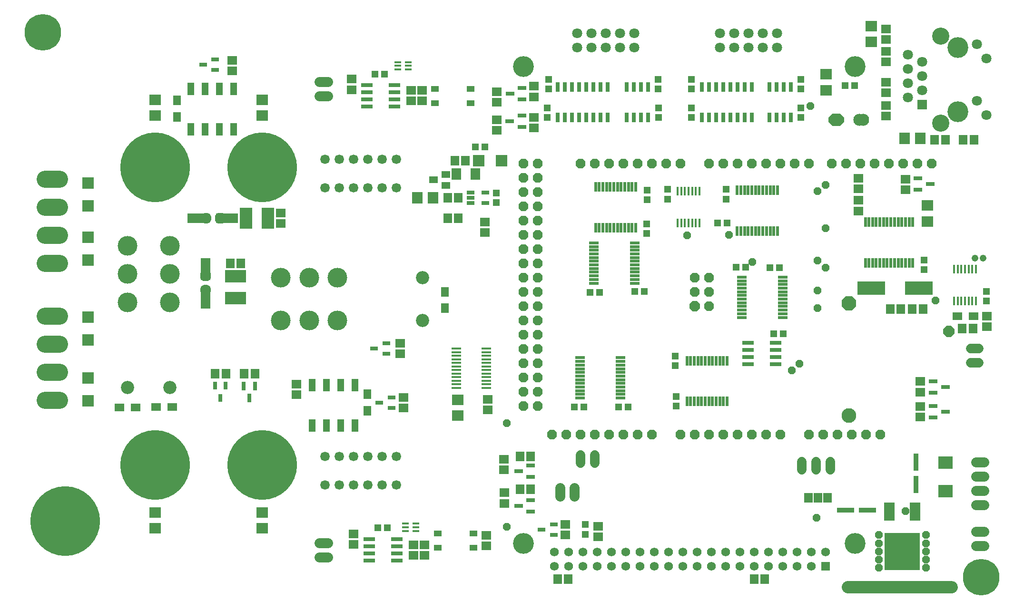
<source format=gts>
G75*
G70*
%OFA0B0*%
%FSLAX24Y24*%
%IPPOS*%
%LPD*%
%AMOC8*
5,1,8,0,0,1.08239X$1,22.5*
%
%ADD10C,0.0860*%
%ADD11R,0.0472X0.0866*%
%ADD12R,0.0567X0.0685*%
%ADD13R,0.0685X0.0567*%
%ADD14R,0.0264X0.0644*%
%ADD15R,0.0835X0.0756*%
%ADD16R,0.0658X0.0168*%
%ADD17R,0.0693X0.0614*%
%ADD18R,0.0614X0.0693*%
%ADD19R,0.0564X0.0264*%
%ADD20R,0.0264X0.0564*%
%ADD21R,0.0803X0.0843*%
%ADD22C,0.0712*%
%ADD23R,0.1008X0.0850*%
%ADD24C,0.4885*%
%ADD25C,0.0618*%
%ADD26R,0.0618X0.0618*%
%ADD27C,0.1460*%
%ADD28C,0.0672*%
%ADD29R,0.2483X0.2641*%
%ADD30R,0.0756X0.1307*%
%ADD31R,0.1190X0.0360*%
%ADD32R,0.0472X0.0512*%
%ADD33C,0.0712*%
%ADD34R,0.0288X0.0658*%
%ADD35R,0.0283X0.0657*%
%ADD36C,0.0476*%
%ADD37R,0.0824X0.0264*%
%ADD38R,0.0512X0.0472*%
%ADD39R,0.0168X0.0608*%
%ADD40R,0.0204X0.0684*%
%ADD41R,0.1929X0.0945*%
%ADD42OC8,0.0780*%
%ADD43R,0.0644X0.0264*%
%ADD44C,0.0840*%
%ADD45OC8,0.0840*%
%ADD46R,0.0488X0.0168*%
%ADD47R,0.0756X0.0835*%
%ADD48OC8,0.0756*%
%ADD49C,0.0756*%
%ADD50R,0.0661X0.1528*%
%ADD51R,0.0898X0.1488*%
%ADD52R,0.1488X0.0898*%
%ADD53R,0.0684X0.0204*%
%ADD54R,0.0360X0.1190*%
%ADD55R,0.1528X0.0661*%
%ADD56C,0.1032*%
%ADD57OC8,0.1032*%
%ADD58OC8,0.0665*%
%ADD59OC8,0.0720*%
%ADD60C,0.0665*%
%ADD61C,0.1200*%
%ADD62R,0.0630X0.0472*%
%ADD63R,0.0756X0.0836*%
%ADD64R,0.0544X0.0264*%
%ADD65R,0.0661X0.0819*%
%ADD66R,0.0843X0.0803*%
%ADD67C,0.1381*%
%ADD68C,0.0921*%
%ADD69R,0.0570X0.0420*%
%ADD70R,0.0712X0.0712*%
%ADD71C,0.1204*%
%ADD72OC8,0.0523*%
%ADD73C,0.2562*%
D10*
X070359Y006611D02*
X077634Y006611D01*
D11*
X035834Y017944D03*
X034834Y017944D03*
X033834Y017944D03*
X032834Y017944D03*
X032834Y020778D03*
X033834Y020778D03*
X034834Y020778D03*
X035834Y020778D03*
X027334Y038719D03*
X026334Y038719D03*
X025334Y038719D03*
X024334Y038719D03*
X024334Y041553D03*
X025334Y041553D03*
X026334Y041553D03*
X027334Y041553D03*
D12*
X023346Y040730D03*
X023346Y039589D03*
X042109Y027307D03*
X042109Y026165D03*
X036684Y020132D03*
X036684Y018990D03*
D13*
X023030Y019236D03*
X021888Y019236D03*
X020455Y019211D03*
X019313Y019211D03*
X078013Y025611D03*
X079155Y025611D03*
D14*
X028809Y020711D03*
X028009Y020711D03*
X028409Y019861D03*
D15*
X043035Y019736D03*
X043035Y018634D03*
X029310Y011838D03*
X029310Y010736D03*
X021809Y010735D03*
X021809Y011837D03*
X075909Y032260D03*
X075909Y033362D03*
X068809Y041460D03*
X068809Y042562D03*
X071984Y044835D03*
X071984Y045937D03*
X029331Y040787D03*
X029331Y039684D03*
X021809Y039685D03*
X021809Y040787D03*
D16*
X042908Y023340D03*
X042908Y023080D03*
X042908Y022840D03*
X042908Y022580D03*
X042908Y022340D03*
X042908Y022080D03*
X042908Y021840D03*
X042908Y021580D03*
X042908Y021340D03*
X042908Y021080D03*
X042908Y020840D03*
X042908Y020580D03*
X045008Y020580D03*
X045008Y020840D03*
X045008Y021080D03*
X045008Y021340D03*
X045008Y021580D03*
X045008Y021840D03*
X045008Y022080D03*
X045008Y022340D03*
X045008Y022580D03*
X045008Y022840D03*
X045008Y023080D03*
X045008Y023340D03*
D17*
X038984Y023710D03*
X038984Y022962D03*
X039234Y019910D03*
X039234Y019162D03*
X045110Y019039D03*
X045110Y019787D03*
X046259Y015585D03*
X046259Y014837D03*
X046284Y013235D03*
X046284Y012487D03*
X045034Y010260D03*
X045034Y009512D03*
X040684Y009585D03*
X040684Y008837D03*
X039909Y008837D03*
X039909Y009585D03*
X035734Y009612D03*
X035734Y010360D03*
X050559Y010262D03*
X050559Y011010D03*
X052859Y010885D03*
X052859Y010137D03*
X031709Y020112D03*
X031709Y020860D03*
X044909Y031462D03*
X044909Y032210D03*
X045759Y038637D03*
X045759Y039385D03*
X045759Y040612D03*
X045759Y041360D03*
X048359Y040987D03*
X048359Y041735D03*
X048359Y039560D03*
X048359Y038812D03*
X040534Y040712D03*
X040534Y041460D03*
X039759Y041460D03*
X039759Y040712D03*
X035584Y041487D03*
X035584Y042235D03*
X027234Y042812D03*
X027234Y043560D03*
X030634Y032860D03*
X030634Y032112D03*
X071084Y032987D03*
X071084Y033735D03*
X071084Y034537D03*
X071084Y035285D03*
X074384Y035210D03*
X074384Y034462D03*
X073009Y039637D03*
X073009Y040385D03*
X073009Y041262D03*
X073009Y042010D03*
X073009Y043437D03*
X073009Y044185D03*
X073009Y045012D03*
X073009Y045760D03*
X080084Y025610D03*
X080084Y024862D03*
X075409Y021035D03*
X075409Y020287D03*
X075409Y019285D03*
X075409Y018537D03*
D18*
X078360Y024736D03*
X079108Y024736D03*
X075608Y026111D03*
X074860Y026111D03*
X074058Y026111D03*
X073310Y026111D03*
X076435Y037986D03*
X077183Y037986D03*
X078435Y037986D03*
X079183Y037986D03*
X043558Y036511D03*
X042810Y036511D03*
X043058Y033911D03*
X042310Y033911D03*
X042310Y032461D03*
X043058Y032461D03*
X027833Y029311D03*
X027085Y029311D03*
X026783Y021586D03*
X026035Y021586D03*
X028060Y021571D03*
X028808Y021571D03*
X047385Y015786D03*
X048133Y015786D03*
X048133Y013461D03*
X047385Y013461D03*
X050010Y007186D03*
X050758Y007186D03*
X063785Y007161D03*
X064533Y007161D03*
X067590Y012861D03*
X068259Y012861D03*
X068928Y012861D03*
D19*
X049764Y011006D03*
X048904Y010636D03*
X049764Y010266D03*
X038389Y019166D03*
X038389Y019906D03*
X037529Y019536D03*
X038014Y022966D03*
X037154Y023336D03*
X038014Y023706D03*
X026039Y042866D03*
X026039Y043606D03*
X025179Y043236D03*
D20*
X026014Y020741D03*
X026754Y020741D03*
X026384Y019881D03*
D21*
X017134Y019679D03*
X017134Y021293D03*
X017134Y023929D03*
X017134Y025543D03*
X017134Y029529D03*
X017134Y031143D03*
X017134Y033329D03*
X017134Y034943D03*
D22*
X033337Y041036D02*
X033931Y041036D01*
X033931Y042036D02*
X033337Y042036D01*
X079311Y015386D02*
X079905Y015386D01*
X079905Y014386D02*
X079311Y014386D01*
X079311Y013386D02*
X079905Y013386D01*
X079905Y012386D02*
X079311Y012386D01*
X079312Y010511D02*
X079906Y010511D01*
X079906Y009511D02*
X079312Y009511D01*
X051184Y012989D02*
X051184Y013583D01*
X050184Y013583D02*
X050184Y012989D01*
X033931Y009711D02*
X033337Y009711D01*
X033337Y008711D02*
X033931Y008711D01*
D23*
X077185Y013332D03*
X077185Y015340D03*
D24*
X015520Y011248D03*
X021819Y015185D03*
X029319Y015185D03*
X029319Y036051D03*
X021819Y036051D03*
D25*
X049784Y009086D03*
X050784Y009086D03*
X051784Y009086D03*
X052784Y009086D03*
X053784Y009086D03*
X054784Y009086D03*
X055784Y009086D03*
X056784Y009086D03*
X057784Y009086D03*
X058784Y009086D03*
X059784Y009086D03*
X060784Y009086D03*
X061784Y009086D03*
X062784Y009086D03*
X063784Y009086D03*
X064784Y009086D03*
X065784Y009086D03*
X066784Y009086D03*
X067784Y009086D03*
X068784Y009086D03*
X067784Y008086D03*
X066784Y008086D03*
X065784Y008086D03*
X064784Y008086D03*
X063784Y008086D03*
X062784Y008086D03*
X061784Y008086D03*
X060784Y008086D03*
X059784Y008086D03*
X058784Y008086D03*
X057784Y008086D03*
X056784Y008086D03*
X055784Y008086D03*
X054784Y008086D03*
X053784Y008086D03*
X052784Y008086D03*
X051784Y008086D03*
X050784Y008086D03*
X049784Y008086D03*
D26*
X068784Y008086D03*
D27*
X070847Y009661D03*
X047619Y009661D03*
X078059Y039936D03*
X070847Y043125D03*
X078059Y044436D03*
X047619Y043125D03*
D28*
X078954Y023336D02*
X079514Y023336D01*
X079514Y022336D02*
X078954Y022336D01*
X069134Y015416D02*
X069134Y014856D01*
X068134Y014856D02*
X068134Y015416D01*
X067134Y015416D02*
X067134Y014856D01*
X052634Y015306D02*
X052634Y015866D01*
X051634Y015866D02*
X051634Y015306D01*
D29*
X074159Y009099D03*
D30*
X073261Y011926D03*
X075057Y011926D03*
D31*
X071739Y012011D03*
X070179Y012011D03*
D32*
X058334Y019301D03*
X058334Y019970D03*
X058259Y022151D03*
X058259Y022820D03*
X056259Y031406D03*
X056259Y032075D03*
X056284Y033771D03*
X056284Y034440D03*
X057734Y034495D03*
X057734Y033826D03*
X061834Y033826D03*
X061834Y034495D03*
X059384Y039551D03*
X059384Y040220D03*
X057084Y040220D03*
X057084Y039551D03*
X057059Y041551D03*
X057059Y042220D03*
X059384Y042220D03*
X059384Y041551D03*
X067059Y041551D03*
X067059Y042220D03*
X070149Y041761D03*
X070819Y041761D03*
X067059Y040220D03*
X067059Y039551D03*
X049284Y039551D03*
X049284Y040220D03*
X049384Y041551D03*
X049384Y042220D03*
X044919Y037461D03*
X044249Y037461D03*
X045734Y034245D03*
X045734Y033576D03*
X075684Y029545D03*
X075684Y028876D03*
X080059Y027345D03*
X080059Y026676D03*
X051959Y010995D03*
X051959Y010326D03*
D33*
X080059Y039696D03*
X079390Y040696D03*
X075559Y041436D03*
X074559Y041936D03*
X074559Y040936D03*
X075559Y042436D03*
X074559Y042936D03*
X075559Y043436D03*
X074559Y043936D03*
X079390Y044676D03*
X080059Y043676D03*
X065384Y044436D03*
X065384Y045436D03*
X064384Y045436D03*
X063384Y045436D03*
X062384Y045436D03*
X061384Y045436D03*
X061384Y044436D03*
X062384Y044436D03*
X063384Y044436D03*
X064384Y044436D03*
X055384Y044436D03*
X055384Y045436D03*
X054384Y045436D03*
X053384Y045436D03*
X052384Y045436D03*
X051384Y045436D03*
X051384Y044436D03*
X052384Y044436D03*
X053384Y044436D03*
X054384Y044436D03*
D34*
X053509Y041671D03*
X053009Y041671D03*
X052509Y041671D03*
X052009Y041671D03*
X051509Y041671D03*
X051009Y041671D03*
X050509Y041671D03*
X050009Y041671D03*
X050009Y039551D03*
X050509Y039551D03*
X051009Y039551D03*
X051509Y039551D03*
X052009Y039551D03*
X052509Y039551D03*
X053009Y039551D03*
X053509Y039551D03*
X060109Y039551D03*
X060609Y039551D03*
X061109Y039551D03*
X061609Y039551D03*
X062109Y039551D03*
X062609Y039551D03*
X063109Y039551D03*
X063609Y039551D03*
X063609Y041671D03*
X063109Y041671D03*
X062609Y041671D03*
X062109Y041671D03*
X061609Y041671D03*
X061109Y041671D03*
X060609Y041671D03*
X060109Y041671D03*
D35*
X056357Y041674D03*
X055857Y041674D03*
X055357Y041674D03*
X054857Y041674D03*
X054857Y039548D03*
X055357Y039548D03*
X055857Y039548D03*
X056357Y039548D03*
X064857Y039548D03*
X065357Y039548D03*
X065857Y039548D03*
X066357Y039548D03*
X066357Y041674D03*
X065857Y041674D03*
X065357Y041674D03*
X064857Y041674D03*
D36*
X079259Y029686D03*
X079810Y029686D03*
D37*
X065304Y023736D03*
X065304Y023236D03*
X065304Y022736D03*
X065304Y022236D03*
X063364Y022236D03*
X063364Y022736D03*
X063364Y023236D03*
X063364Y023736D03*
X038754Y009961D03*
X038754Y009461D03*
X038754Y008961D03*
X038754Y008461D03*
X036814Y008461D03*
X036814Y008961D03*
X036814Y009461D03*
X036814Y009961D03*
X036664Y040311D03*
X036664Y040811D03*
X036664Y041311D03*
X036664Y041811D03*
X038604Y041811D03*
X038604Y041311D03*
X038604Y040811D03*
X038604Y040311D03*
D38*
X037894Y042586D03*
X037224Y042586D03*
X061224Y032136D03*
X061894Y032136D03*
X062524Y029036D03*
X063194Y029036D03*
X064899Y029011D03*
X065569Y029011D03*
X065819Y024386D03*
X065149Y024386D03*
X056094Y027336D03*
X055424Y027336D03*
X052969Y027286D03*
X052299Y027286D03*
X051844Y019236D03*
X051174Y019236D03*
X054274Y019236D03*
X054944Y019236D03*
X038094Y010761D03*
X037424Y010761D03*
D39*
X077789Y026676D03*
X078049Y026676D03*
X078299Y026676D03*
X078559Y026676D03*
X078819Y026676D03*
X079069Y026676D03*
X079329Y026676D03*
X079329Y028896D03*
X079069Y028896D03*
X078819Y028896D03*
X078559Y028896D03*
X078299Y028896D03*
X078049Y028896D03*
X077789Y028896D03*
X059954Y032151D03*
X059694Y032151D03*
X059444Y032151D03*
X059184Y032151D03*
X058924Y032151D03*
X058674Y032151D03*
X058414Y032151D03*
X058414Y034371D03*
X058674Y034371D03*
X058924Y034371D03*
X059184Y034371D03*
X059444Y034371D03*
X059694Y034371D03*
X059954Y034371D03*
D40*
X062599Y034441D03*
X062859Y034441D03*
X063109Y034441D03*
X063369Y034441D03*
X063629Y034441D03*
X063879Y034441D03*
X064139Y034441D03*
X064389Y034441D03*
X064649Y034441D03*
X064909Y034441D03*
X065159Y034441D03*
X065419Y034441D03*
X065419Y031581D03*
X065159Y031581D03*
X064909Y031581D03*
X064649Y031581D03*
X064389Y031581D03*
X064139Y031581D03*
X063879Y031581D03*
X063629Y031581D03*
X063369Y031581D03*
X063109Y031581D03*
X062859Y031581D03*
X062599Y031581D03*
X055494Y031806D03*
X055234Y031806D03*
X054984Y031806D03*
X054724Y031806D03*
X054464Y031806D03*
X054214Y031806D03*
X053954Y031806D03*
X053704Y031806D03*
X053444Y031806D03*
X053184Y031806D03*
X052934Y031806D03*
X052674Y031806D03*
X052674Y034666D03*
X052934Y034666D03*
X053184Y034666D03*
X053444Y034666D03*
X053704Y034666D03*
X053954Y034666D03*
X054214Y034666D03*
X054464Y034666D03*
X054724Y034666D03*
X054984Y034666D03*
X055234Y034666D03*
X055494Y034666D03*
X071574Y032216D03*
X071824Y032216D03*
X072084Y032216D03*
X072334Y032216D03*
X072594Y032216D03*
X072854Y032216D03*
X073104Y032216D03*
X073364Y032216D03*
X073614Y032216D03*
X073874Y032216D03*
X074134Y032216D03*
X074384Y032216D03*
X074644Y032216D03*
X074894Y032216D03*
X074894Y029356D03*
X074644Y029356D03*
X074384Y029356D03*
X074134Y029356D03*
X073874Y029356D03*
X073614Y029356D03*
X073364Y029356D03*
X073104Y029356D03*
X072854Y029356D03*
X072594Y029356D03*
X072334Y029356D03*
X072084Y029356D03*
X071824Y029356D03*
X071574Y029356D03*
X061894Y022491D03*
X061634Y022491D03*
X061384Y022491D03*
X061124Y022491D03*
X060864Y022491D03*
X060614Y022491D03*
X060354Y022491D03*
X060104Y022491D03*
X059844Y022491D03*
X059584Y022491D03*
X059334Y022491D03*
X059074Y022491D03*
X059074Y019631D03*
X059334Y019631D03*
X059584Y019631D03*
X059844Y019631D03*
X060104Y019631D03*
X060354Y019631D03*
X060614Y019631D03*
X060864Y019631D03*
X061124Y019631D03*
X061384Y019631D03*
X061634Y019631D03*
X061894Y019631D03*
D41*
X071986Y027586D03*
X075332Y027586D03*
D42*
X077409Y024536D03*
D43*
X076334Y021036D03*
X076334Y020236D03*
X077184Y020636D03*
X076334Y019311D03*
X076334Y018511D03*
X077184Y018911D03*
X048134Y015136D03*
X047284Y014736D03*
X048134Y014336D03*
X048134Y012711D03*
X047284Y012311D03*
X048134Y011911D03*
X075259Y034461D03*
X076109Y034861D03*
X075259Y035261D03*
X047509Y038886D03*
X047509Y039686D03*
X046659Y039286D03*
X047534Y040811D03*
X046684Y041211D03*
X047534Y041611D03*
D44*
X071159Y039386D03*
X071409Y039386D03*
D45*
X069659Y039386D03*
X069409Y039386D03*
D46*
X039554Y042901D03*
X039554Y043161D03*
X039554Y043421D03*
X038814Y043421D03*
X038814Y043161D03*
X038814Y042901D03*
X039364Y011071D03*
X039364Y010811D03*
X039364Y010551D03*
X040104Y010551D03*
X040104Y010811D03*
X040104Y011071D03*
D47*
X074333Y038061D03*
X075435Y038061D03*
D48*
X026384Y032486D03*
X025359Y028436D03*
D49*
X025359Y027436D03*
X025384Y032486D03*
D50*
X025359Y028920D03*
X025359Y026912D03*
D51*
X028191Y032486D03*
X029727Y032486D03*
D52*
X027459Y028404D03*
X027459Y026868D03*
D53*
X051579Y022696D03*
X051579Y022436D03*
X051579Y022186D03*
X051579Y021926D03*
X051579Y021666D03*
X051579Y021416D03*
X051579Y021156D03*
X051579Y020906D03*
X051579Y020646D03*
X051579Y020386D03*
X051579Y020136D03*
X051579Y019876D03*
X054439Y019876D03*
X054439Y020136D03*
X054439Y020386D03*
X054439Y020646D03*
X054439Y020906D03*
X054439Y021156D03*
X054439Y021416D03*
X054439Y021666D03*
X054439Y021926D03*
X054439Y022186D03*
X054439Y022436D03*
X054439Y022696D03*
X062929Y025526D03*
X062929Y025786D03*
X062929Y026036D03*
X062929Y026296D03*
X062929Y026556D03*
X062929Y026806D03*
X062929Y027066D03*
X062929Y027316D03*
X062929Y027576D03*
X062929Y027836D03*
X062929Y028086D03*
X062929Y028346D03*
X065789Y028346D03*
X065789Y028086D03*
X065789Y027836D03*
X065789Y027576D03*
X065789Y027316D03*
X065789Y027066D03*
X065789Y026806D03*
X065789Y026556D03*
X065789Y026296D03*
X065789Y026036D03*
X065789Y025786D03*
X065789Y025526D03*
X055414Y027926D03*
X055414Y028186D03*
X055414Y028436D03*
X055414Y028696D03*
X055414Y028956D03*
X055414Y029206D03*
X055414Y029466D03*
X055414Y029716D03*
X055414Y029976D03*
X055414Y030236D03*
X055414Y030486D03*
X055414Y030746D03*
X052554Y030746D03*
X052554Y030486D03*
X052554Y030236D03*
X052554Y029976D03*
X052554Y029716D03*
X052554Y029466D03*
X052554Y029206D03*
X052554Y028956D03*
X052554Y028696D03*
X052554Y028436D03*
X052554Y028186D03*
X052554Y027926D03*
D54*
X075109Y015366D03*
X075109Y013806D03*
D55*
X026868Y032486D03*
X024860Y032486D03*
D56*
X070409Y018656D03*
D57*
X070409Y026526D03*
D58*
X060634Y026311D03*
X060634Y027311D03*
X059634Y027311D03*
X059634Y028311D03*
X060634Y028311D03*
X048634Y028311D03*
X048634Y029311D03*
X047634Y029311D03*
X047634Y028311D03*
X047634Y027311D03*
X048634Y027311D03*
X048634Y026311D03*
X047634Y026311D03*
X047634Y025311D03*
X048634Y025311D03*
X048634Y024311D03*
X047634Y024311D03*
X047634Y023311D03*
X048634Y023311D03*
X048634Y022311D03*
X047634Y022311D03*
X047634Y021311D03*
X048634Y021311D03*
X048634Y020311D03*
X047634Y020311D03*
X047634Y019311D03*
X048634Y019311D03*
X049634Y017311D03*
X050634Y017311D03*
X051634Y017311D03*
X052634Y017311D03*
X053634Y017311D03*
X054634Y017311D03*
X055634Y017311D03*
X056634Y017311D03*
X058634Y017311D03*
X059634Y017311D03*
X060634Y017311D03*
X061634Y017311D03*
X062634Y017311D03*
X063634Y017311D03*
X064634Y017311D03*
X065634Y017311D03*
X067634Y017311D03*
X068634Y017311D03*
X069634Y017311D03*
X070634Y017311D03*
X071634Y017311D03*
X072634Y017311D03*
X048634Y030311D03*
X047634Y030311D03*
X047634Y031311D03*
X048634Y031311D03*
X048634Y032311D03*
X048634Y033311D03*
X047634Y033311D03*
X047634Y032311D03*
X047634Y034311D03*
X048634Y034311D03*
X048634Y035311D03*
X047634Y035311D03*
X047634Y036311D03*
X048634Y036311D03*
X051634Y036311D03*
X052634Y036311D03*
X053634Y036311D03*
X054634Y036311D03*
X055634Y036311D03*
X056634Y036311D03*
X057634Y036311D03*
X058634Y036311D03*
X060634Y036311D03*
X061634Y036311D03*
X062634Y036311D03*
X063634Y036311D03*
X064634Y036311D03*
X065634Y036311D03*
X066634Y036311D03*
X067634Y036311D03*
X069234Y036311D03*
X070234Y036311D03*
X071234Y036311D03*
X072234Y036311D03*
X073234Y036311D03*
X074234Y036311D03*
X075234Y036311D03*
X076234Y036311D03*
D59*
X059634Y026311D03*
D60*
X038734Y034611D03*
X037734Y034611D03*
X036734Y034611D03*
X035734Y034611D03*
X034734Y034611D03*
X033734Y034611D03*
X033734Y036611D03*
X034734Y036611D03*
X035734Y036611D03*
X036734Y036611D03*
X037734Y036611D03*
X038734Y036611D03*
X038734Y015761D03*
X037734Y015761D03*
X036734Y015761D03*
X035734Y015761D03*
X034734Y015761D03*
X033734Y015761D03*
X033734Y013761D03*
X034734Y013761D03*
X035734Y013761D03*
X036734Y013761D03*
X037734Y013761D03*
X038734Y013761D03*
D61*
X015134Y019705D02*
X014134Y019705D01*
X014134Y021674D02*
X015134Y021674D01*
X015134Y023642D02*
X014134Y023642D01*
X014134Y025611D02*
X015134Y025611D01*
X015134Y029305D02*
X014134Y029305D01*
X014134Y031274D02*
X015134Y031274D01*
X015134Y033242D02*
X014134Y033242D01*
X014134Y035211D02*
X015134Y035211D01*
D62*
X041326Y035161D03*
X042192Y035535D03*
X042192Y034787D03*
D63*
X041294Y033911D03*
X040174Y033911D03*
D64*
X043924Y033911D03*
X043924Y034281D03*
X043924Y033541D03*
X044944Y033541D03*
X044944Y034281D03*
D65*
X044253Y035561D03*
X042915Y035561D03*
D66*
X044477Y036511D03*
X046091Y036511D03*
D67*
X034592Y028299D03*
X032608Y028299D03*
X030623Y028299D03*
X030623Y025323D03*
X032608Y025323D03*
X034592Y025323D03*
X022872Y026578D03*
X019896Y026578D03*
X019896Y028562D03*
X022872Y028562D03*
X022872Y030546D03*
X019896Y030546D03*
D68*
X019896Y020625D03*
X022872Y020625D03*
X040545Y025323D03*
X040545Y028299D03*
D69*
X041409Y040536D03*
X041409Y041536D03*
X043909Y041536D03*
X043909Y040536D03*
X044134Y010386D03*
X044134Y009386D03*
X041634Y009386D03*
X041634Y010386D03*
D70*
X075559Y040436D03*
D71*
X076858Y039135D03*
X076858Y045237D03*
D72*
X067709Y040336D03*
X068784Y034811D03*
X068209Y034386D03*
X068784Y031786D03*
X068209Y029511D03*
X068784Y029011D03*
X068209Y027411D03*
X068209Y026161D03*
X063659Y029411D03*
X062009Y031311D03*
X059084Y031261D03*
X076484Y026711D03*
X066959Y022261D03*
X066409Y021811D03*
X074384Y011936D03*
X075809Y010261D03*
X075809Y009686D03*
X075809Y009111D03*
X075809Y008536D03*
X075809Y007961D03*
X072509Y007961D03*
X072509Y008536D03*
X072509Y009111D03*
X072509Y009686D03*
X072509Y010261D03*
X068159Y011461D03*
X046459Y010836D03*
X046459Y018111D03*
D73*
X079693Y007311D03*
X013945Y045500D03*
M02*

</source>
